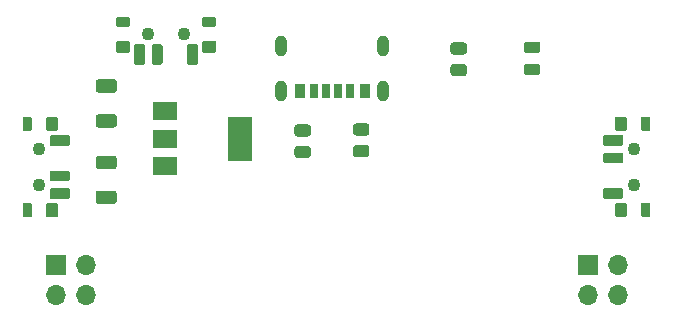
<source format=gbr>
G04 #@! TF.GenerationSoftware,KiCad,Pcbnew,(5.1.9-0-10_14)*
G04 #@! TF.CreationDate,2021-04-08T17:16:22-05:00*
G04 #@! TF.ProjectId,Power Helper,506f7765-7220-4486-956c-7065722e6b69,1*
G04 #@! TF.SameCoordinates,Original*
G04 #@! TF.FileFunction,Soldermask,Top*
G04 #@! TF.FilePolarity,Negative*
%FSLAX46Y46*%
G04 Gerber Fmt 4.6, Leading zero omitted, Abs format (unit mm)*
G04 Created by KiCad (PCBNEW (5.1.9-0-10_14)) date 2021-04-08 17:16:22*
%MOMM*%
%LPD*%
G01*
G04 APERTURE LIST*
%ADD10R,0.900000X1.150000*%
%ADD11R,0.800000X1.150000*%
%ADD12R,0.700000X1.150000*%
%ADD13O,1.000000X1.800000*%
%ADD14O,1.700000X1.700000*%
%ADD15R,1.700000X1.700000*%
%ADD16C,1.102360*%
%ADD17R,2.000000X3.800000*%
%ADD18R,2.000000X1.500000*%
G04 APERTURE END LIST*
G36*
G01*
X122920999Y-97469000D02*
X124221001Y-97469000D01*
G75*
G02*
X124471000Y-97718999I0J-249999D01*
G01*
X124471000Y-98369001D01*
G75*
G02*
X124221001Y-98619000I-249999J0D01*
G01*
X122920999Y-98619000D01*
G75*
G02*
X122671000Y-98369001I0J249999D01*
G01*
X122671000Y-97718999D01*
G75*
G02*
X122920999Y-97469000I249999J0D01*
G01*
G37*
G36*
G01*
X122920999Y-100419000D02*
X124221001Y-100419000D01*
G75*
G02*
X124471000Y-100668999I0J-249999D01*
G01*
X124471000Y-101319001D01*
G75*
G02*
X124221001Y-101569000I-249999J0D01*
G01*
X122920999Y-101569000D01*
G75*
G02*
X122671000Y-101319001I0J249999D01*
G01*
X122671000Y-100668999D01*
G75*
G02*
X122920999Y-100419000I249999J0D01*
G01*
G37*
G36*
G01*
X124221001Y-92142000D02*
X122920999Y-92142000D01*
G75*
G02*
X122671000Y-91892001I0J249999D01*
G01*
X122671000Y-91241999D01*
G75*
G02*
X122920999Y-90992000I249999J0D01*
G01*
X124221001Y-90992000D01*
G75*
G02*
X124471000Y-91241999I0J-249999D01*
G01*
X124471000Y-91892001D01*
G75*
G02*
X124221001Y-92142000I-249999J0D01*
G01*
G37*
G36*
G01*
X124221001Y-95092000D02*
X122920999Y-95092000D01*
G75*
G02*
X122671000Y-94842001I0J249999D01*
G01*
X122671000Y-94191999D01*
G75*
G02*
X122920999Y-93942000I249999J0D01*
G01*
X124221001Y-93942000D01*
G75*
G02*
X124471000Y-94191999I0J-249999D01*
G01*
X124471000Y-94842001D01*
G75*
G02*
X124221001Y-95092000I-249999J0D01*
G01*
G37*
G36*
G01*
X159182750Y-87807500D02*
X160095250Y-87807500D01*
G75*
G02*
X160339000Y-88051250I0J-243750D01*
G01*
X160339000Y-88538750D01*
G75*
G02*
X160095250Y-88782500I-243750J0D01*
G01*
X159182750Y-88782500D01*
G75*
G02*
X158939000Y-88538750I0J243750D01*
G01*
X158939000Y-88051250D01*
G75*
G02*
X159182750Y-87807500I243750J0D01*
G01*
G37*
G36*
G01*
X159182750Y-89682500D02*
X160095250Y-89682500D01*
G75*
G02*
X160339000Y-89926250I0J-243750D01*
G01*
X160339000Y-90413750D01*
G75*
G02*
X160095250Y-90657500I-243750J0D01*
G01*
X159182750Y-90657500D01*
G75*
G02*
X158939000Y-90413750I0J243750D01*
G01*
X158939000Y-89926250D01*
G75*
G02*
X159182750Y-89682500I243750J0D01*
G01*
G37*
D10*
X139954000Y-91948000D03*
X145454000Y-91948000D03*
D11*
X141184000Y-91948000D03*
X144224000Y-91948000D03*
D12*
X143204000Y-91948000D03*
X142204000Y-91948000D03*
D13*
X147024000Y-91948000D03*
X138384000Y-91948000D03*
X147024000Y-88148000D03*
X138384000Y-88148000D03*
D14*
X121858000Y-109220000D03*
X119318000Y-109220000D03*
X121858000Y-106680000D03*
D15*
X119318000Y-106680000D03*
X164338000Y-106680000D03*
D14*
X166878000Y-106680000D03*
X164338000Y-109220000D03*
X166878000Y-109220000D03*
G36*
G01*
X139757999Y-94817500D02*
X140658001Y-94817500D01*
G75*
G02*
X140908000Y-95067499I0J-249999D01*
G01*
X140908000Y-95592501D01*
G75*
G02*
X140658001Y-95842500I-249999J0D01*
G01*
X139757999Y-95842500D01*
G75*
G02*
X139508000Y-95592501I0J249999D01*
G01*
X139508000Y-95067499D01*
G75*
G02*
X139757999Y-94817500I249999J0D01*
G01*
G37*
G36*
G01*
X139757999Y-96642500D02*
X140658001Y-96642500D01*
G75*
G02*
X140908000Y-96892499I0J-249999D01*
G01*
X140908000Y-97417501D01*
G75*
G02*
X140658001Y-97667500I-249999J0D01*
G01*
X139757999Y-97667500D01*
G75*
G02*
X139508000Y-97417501I0J249999D01*
G01*
X139508000Y-96892499D01*
G75*
G02*
X139757999Y-96642500I249999J0D01*
G01*
G37*
G36*
G01*
X144710999Y-96562500D02*
X145611001Y-96562500D01*
G75*
G02*
X145861000Y-96812499I0J-249999D01*
G01*
X145861000Y-97337501D01*
G75*
G02*
X145611001Y-97587500I-249999J0D01*
G01*
X144710999Y-97587500D01*
G75*
G02*
X144461000Y-97337501I0J249999D01*
G01*
X144461000Y-96812499D01*
G75*
G02*
X144710999Y-96562500I249999J0D01*
G01*
G37*
G36*
G01*
X144710999Y-94737500D02*
X145611001Y-94737500D01*
G75*
G02*
X145861000Y-94987499I0J-249999D01*
G01*
X145861000Y-95512501D01*
G75*
G02*
X145611001Y-95762500I-249999J0D01*
G01*
X144710999Y-95762500D01*
G75*
G02*
X144461000Y-95512501I0J249999D01*
G01*
X144461000Y-94987499D01*
G75*
G02*
X144710999Y-94737500I249999J0D01*
G01*
G37*
G36*
G01*
X153866001Y-90729500D02*
X152965999Y-90729500D01*
G75*
G02*
X152716000Y-90479501I0J249999D01*
G01*
X152716000Y-89954499D01*
G75*
G02*
X152965999Y-89704500I249999J0D01*
G01*
X153866001Y-89704500D01*
G75*
G02*
X154116000Y-89954499I0J-249999D01*
G01*
X154116000Y-90479501D01*
G75*
G02*
X153866001Y-90729500I-249999J0D01*
G01*
G37*
G36*
G01*
X153866001Y-88904500D02*
X152965999Y-88904500D01*
G75*
G02*
X152716000Y-88654501I0J249999D01*
G01*
X152716000Y-88129499D01*
G75*
G02*
X152965999Y-87879500I249999J0D01*
G01*
X153866001Y-87879500D01*
G75*
G02*
X154116000Y-88129499I0J-249999D01*
G01*
X154116000Y-88654501D01*
G75*
G02*
X153866001Y-88904500I-249999J0D01*
G01*
G37*
G36*
G01*
X126841250Y-88150700D02*
X126841250Y-89649300D01*
G75*
G02*
X126739650Y-89750900I-101600J0D01*
G01*
X126041150Y-89750900D01*
G75*
G02*
X125939550Y-89649300I0J101600D01*
G01*
X125939550Y-88150700D01*
G75*
G02*
X126041150Y-88049100I101600J0D01*
G01*
X126739650Y-88049100D01*
G75*
G02*
X126841250Y-88150700I0J-101600D01*
G01*
G37*
G36*
G01*
X128339850Y-88150700D02*
X128339850Y-89649300D01*
G75*
G02*
X128238250Y-89750900I-101600J0D01*
G01*
X127539750Y-89750900D01*
G75*
G02*
X127438150Y-89649300I0J101600D01*
G01*
X127438150Y-88150700D01*
G75*
G02*
X127539750Y-88049100I101600J0D01*
G01*
X128238250Y-88049100D01*
G75*
G02*
X128339850Y-88150700I0J-101600D01*
G01*
G37*
G36*
G01*
X131337050Y-88150700D02*
X131337050Y-89649300D01*
G75*
G02*
X131235450Y-89750900I-101600J0D01*
G01*
X130536950Y-89750900D01*
G75*
G02*
X130435350Y-89649300I0J101600D01*
G01*
X130435350Y-88150700D01*
G75*
G02*
X130536950Y-88049100I101600J0D01*
G01*
X131235450Y-88049100D01*
G75*
G02*
X131337050Y-88150700I0J-101600D01*
G01*
G37*
G36*
G01*
X124387610Y-86453980D02*
X124387610Y-85854540D01*
G75*
G02*
X124489210Y-85752940I101600J0D01*
G01*
X125487430Y-85752940D01*
G75*
G02*
X125589030Y-85854540I0J-101600D01*
G01*
X125589030Y-86453980D01*
G75*
G02*
X125487430Y-86555580I-101600J0D01*
G01*
X124489210Y-86555580D01*
G75*
G02*
X124387610Y-86453980I0J101600D01*
G01*
G37*
G36*
G01*
X124387610Y-88651080D02*
X124387610Y-87853520D01*
G75*
G02*
X124489210Y-87751920I101600J0D01*
G01*
X125487430Y-87751920D01*
G75*
G02*
X125589030Y-87853520I0J-101600D01*
G01*
X125589030Y-88651080D01*
G75*
G02*
X125487430Y-88752680I-101600J0D01*
G01*
X124489210Y-88752680D01*
G75*
G02*
X124387610Y-88651080I0J101600D01*
G01*
G37*
G36*
G01*
X131687570Y-86453980D02*
X131687570Y-85854540D01*
G75*
G02*
X131789170Y-85752940I101600J0D01*
G01*
X132787390Y-85752940D01*
G75*
G02*
X132888990Y-85854540I0J-101600D01*
G01*
X132888990Y-86453980D01*
G75*
G02*
X132787390Y-86555580I-101600J0D01*
G01*
X131789170Y-86555580D01*
G75*
G02*
X131687570Y-86453980I0J101600D01*
G01*
G37*
G36*
G01*
X131687570Y-88651080D02*
X131687570Y-87853520D01*
G75*
G02*
X131789170Y-87751920I101600J0D01*
G01*
X132787390Y-87751920D01*
G75*
G02*
X132888990Y-87853520I0J-101600D01*
G01*
X132888990Y-88651080D01*
G75*
G02*
X132787390Y-88752680I-101600J0D01*
G01*
X131789170Y-88752680D01*
G75*
G02*
X131687570Y-88651080I0J101600D01*
G01*
G37*
D16*
X127139700Y-87152480D03*
X130136900Y-87152480D03*
G36*
G01*
X118884700Y-100234750D02*
X120383300Y-100234750D01*
G75*
G02*
X120484900Y-100336350I0J-101600D01*
G01*
X120484900Y-101034850D01*
G75*
G02*
X120383300Y-101136450I-101600J0D01*
G01*
X118884700Y-101136450D01*
G75*
G02*
X118783100Y-101034850I0J101600D01*
G01*
X118783100Y-100336350D01*
G75*
G02*
X118884700Y-100234750I101600J0D01*
G01*
G37*
G36*
G01*
X118884700Y-98736150D02*
X120383300Y-98736150D01*
G75*
G02*
X120484900Y-98837750I0J-101600D01*
G01*
X120484900Y-99536250D01*
G75*
G02*
X120383300Y-99637850I-101600J0D01*
G01*
X118884700Y-99637850D01*
G75*
G02*
X118783100Y-99536250I0J101600D01*
G01*
X118783100Y-98837750D01*
G75*
G02*
X118884700Y-98736150I101600J0D01*
G01*
G37*
G36*
G01*
X118884700Y-95738950D02*
X120383300Y-95738950D01*
G75*
G02*
X120484900Y-95840550I0J-101600D01*
G01*
X120484900Y-96539050D01*
G75*
G02*
X120383300Y-96640650I-101600J0D01*
G01*
X118884700Y-96640650D01*
G75*
G02*
X118783100Y-96539050I0J101600D01*
G01*
X118783100Y-95840550D01*
G75*
G02*
X118884700Y-95738950I101600J0D01*
G01*
G37*
G36*
G01*
X117187980Y-102688390D02*
X116588540Y-102688390D01*
G75*
G02*
X116486940Y-102586790I0J101600D01*
G01*
X116486940Y-101588570D01*
G75*
G02*
X116588540Y-101486970I101600J0D01*
G01*
X117187980Y-101486970D01*
G75*
G02*
X117289580Y-101588570I0J-101600D01*
G01*
X117289580Y-102586790D01*
G75*
G02*
X117187980Y-102688390I-101600J0D01*
G01*
G37*
G36*
G01*
X119385080Y-102688390D02*
X118587520Y-102688390D01*
G75*
G02*
X118485920Y-102586790I0J101600D01*
G01*
X118485920Y-101588570D01*
G75*
G02*
X118587520Y-101486970I101600J0D01*
G01*
X119385080Y-101486970D01*
G75*
G02*
X119486680Y-101588570I0J-101600D01*
G01*
X119486680Y-102586790D01*
G75*
G02*
X119385080Y-102688390I-101600J0D01*
G01*
G37*
G36*
G01*
X117187980Y-95388430D02*
X116588540Y-95388430D01*
G75*
G02*
X116486940Y-95286830I0J101600D01*
G01*
X116486940Y-94288610D01*
G75*
G02*
X116588540Y-94187010I101600J0D01*
G01*
X117187980Y-94187010D01*
G75*
G02*
X117289580Y-94288610I0J-101600D01*
G01*
X117289580Y-95286830D01*
G75*
G02*
X117187980Y-95388430I-101600J0D01*
G01*
G37*
G36*
G01*
X119385080Y-95388430D02*
X118587520Y-95388430D01*
G75*
G02*
X118485920Y-95286830I0J101600D01*
G01*
X118485920Y-94288610D01*
G75*
G02*
X118587520Y-94187010I101600J0D01*
G01*
X119385080Y-94187010D01*
G75*
G02*
X119486680Y-94288610I0J-101600D01*
G01*
X119486680Y-95286830D01*
G75*
G02*
X119385080Y-95388430I-101600J0D01*
G01*
G37*
X117886480Y-99936300D03*
X117886480Y-96939100D03*
G36*
G01*
X167246300Y-96615250D02*
X165747700Y-96615250D01*
G75*
G02*
X165646100Y-96513650I0J101600D01*
G01*
X165646100Y-95815150D01*
G75*
G02*
X165747700Y-95713550I101600J0D01*
G01*
X167246300Y-95713550D01*
G75*
G02*
X167347900Y-95815150I0J-101600D01*
G01*
X167347900Y-96513650D01*
G75*
G02*
X167246300Y-96615250I-101600J0D01*
G01*
G37*
G36*
G01*
X167246300Y-98113850D02*
X165747700Y-98113850D01*
G75*
G02*
X165646100Y-98012250I0J101600D01*
G01*
X165646100Y-97313750D01*
G75*
G02*
X165747700Y-97212150I101600J0D01*
G01*
X167246300Y-97212150D01*
G75*
G02*
X167347900Y-97313750I0J-101600D01*
G01*
X167347900Y-98012250D01*
G75*
G02*
X167246300Y-98113850I-101600J0D01*
G01*
G37*
G36*
G01*
X167246300Y-101111050D02*
X165747700Y-101111050D01*
G75*
G02*
X165646100Y-101009450I0J101600D01*
G01*
X165646100Y-100310950D01*
G75*
G02*
X165747700Y-100209350I101600J0D01*
G01*
X167246300Y-100209350D01*
G75*
G02*
X167347900Y-100310950I0J-101600D01*
G01*
X167347900Y-101009450D01*
G75*
G02*
X167246300Y-101111050I-101600J0D01*
G01*
G37*
G36*
G01*
X168943020Y-94161610D02*
X169542460Y-94161610D01*
G75*
G02*
X169644060Y-94263210I0J-101600D01*
G01*
X169644060Y-95261430D01*
G75*
G02*
X169542460Y-95363030I-101600J0D01*
G01*
X168943020Y-95363030D01*
G75*
G02*
X168841420Y-95261430I0J101600D01*
G01*
X168841420Y-94263210D01*
G75*
G02*
X168943020Y-94161610I101600J0D01*
G01*
G37*
G36*
G01*
X166745920Y-94161610D02*
X167543480Y-94161610D01*
G75*
G02*
X167645080Y-94263210I0J-101600D01*
G01*
X167645080Y-95261430D01*
G75*
G02*
X167543480Y-95363030I-101600J0D01*
G01*
X166745920Y-95363030D01*
G75*
G02*
X166644320Y-95261430I0J101600D01*
G01*
X166644320Y-94263210D01*
G75*
G02*
X166745920Y-94161610I101600J0D01*
G01*
G37*
G36*
G01*
X168943020Y-101461570D02*
X169542460Y-101461570D01*
G75*
G02*
X169644060Y-101563170I0J-101600D01*
G01*
X169644060Y-102561390D01*
G75*
G02*
X169542460Y-102662990I-101600J0D01*
G01*
X168943020Y-102662990D01*
G75*
G02*
X168841420Y-102561390I0J101600D01*
G01*
X168841420Y-101563170D01*
G75*
G02*
X168943020Y-101461570I101600J0D01*
G01*
G37*
G36*
G01*
X166745920Y-101461570D02*
X167543480Y-101461570D01*
G75*
G02*
X167645080Y-101563170I0J-101600D01*
G01*
X167645080Y-102561390D01*
G75*
G02*
X167543480Y-102662990I-101600J0D01*
G01*
X166745920Y-102662990D01*
G75*
G02*
X166644320Y-102561390I0J101600D01*
G01*
X166644320Y-101563170D01*
G75*
G02*
X166745920Y-101461570I101600J0D01*
G01*
G37*
X168244520Y-96913700D03*
X168244520Y-99910900D03*
D17*
X134874000Y-96012000D03*
D18*
X128574000Y-96012000D03*
X128574000Y-98312000D03*
X128574000Y-93712000D03*
M02*

</source>
